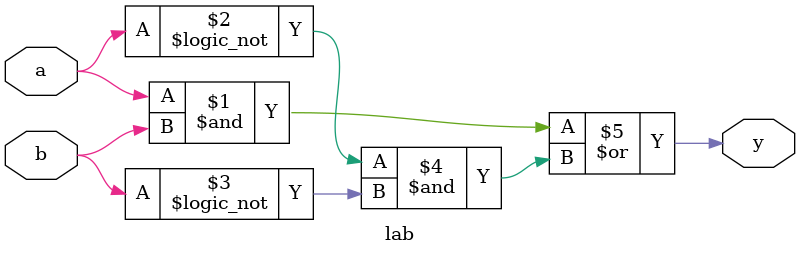
<source format=v>
module lab(a,b,y);
input a,b;
output y;
assign y = (a&b) | (!a & !b);
endmodule

</source>
